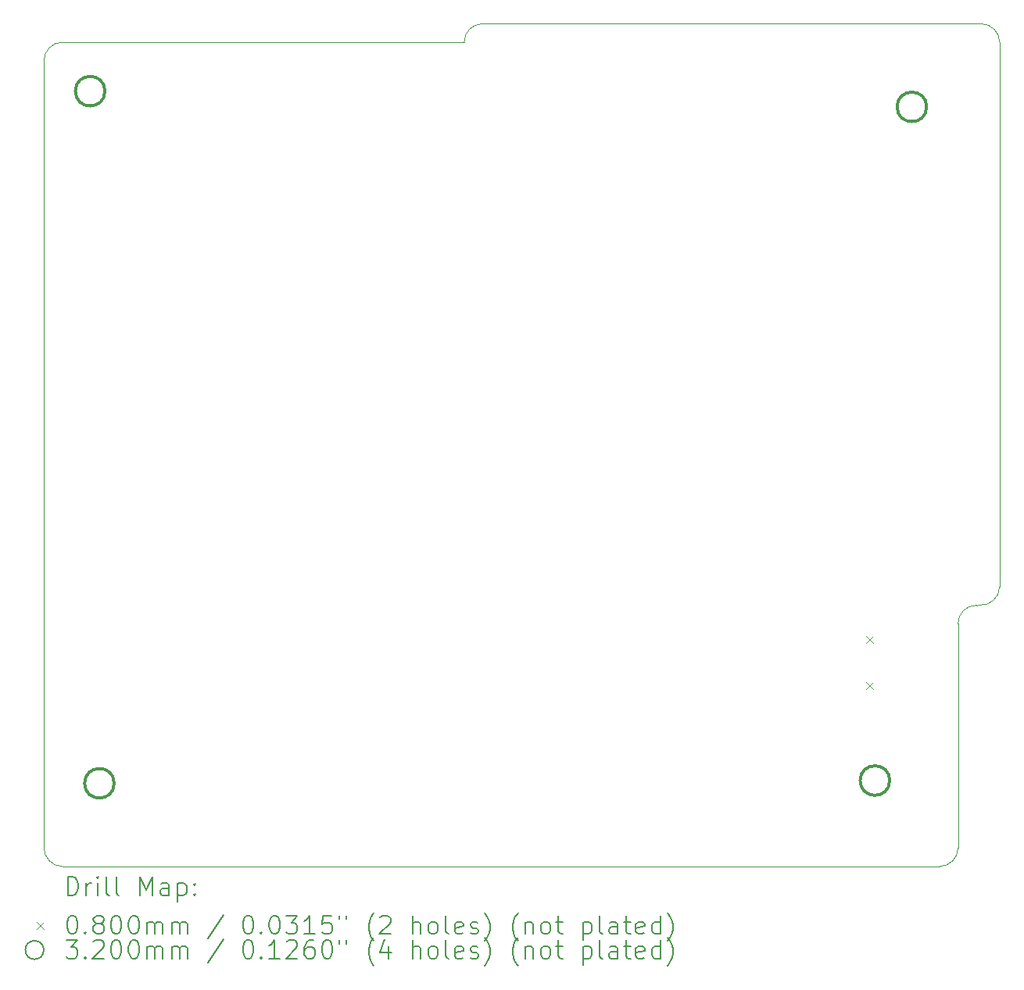
<source format=gbr>
%TF.GenerationSoftware,KiCad,Pcbnew,8.0.1-rc1*%
%TF.CreationDate,2024-05-12T14:15:15-04:00*%
%TF.ProjectId,STM32_Play_Board,53544d33-325f-4506-9c61-795f426f6172,rev?*%
%TF.SameCoordinates,Original*%
%TF.FileFunction,Drillmap*%
%TF.FilePolarity,Positive*%
%FSLAX45Y45*%
G04 Gerber Fmt 4.5, Leading zero omitted, Abs format (unit mm)*
G04 Created by KiCad (PCBNEW 8.0.1-rc1) date 2024-05-12 14:15:15*
%MOMM*%
%LPD*%
G01*
G04 APERTURE LIST*
%ADD10C,0.050000*%
%ADD11C,0.200000*%
%ADD12C,0.100000*%
%ADD13C,0.320000*%
G04 APERTURE END LIST*
D10*
X8500000Y-4500000D02*
X8500000Y-13030000D01*
X18850000Y-10200000D02*
X18850000Y-4300000D01*
X18850000Y-10200000D02*
G75*
G02*
X18625193Y-10398456I-200000J0D01*
G01*
X18400000Y-13030000D02*
X18400000Y-10600000D01*
X18600000Y-10400000D02*
X18625193Y-10398456D01*
X13050000Y-4300000D02*
G75*
G02*
X13250000Y-4100000I200000J0D01*
G01*
X8700000Y-13230000D02*
G75*
G02*
X8500000Y-13030000I0J200000D01*
G01*
X18650000Y-4100000D02*
G75*
G02*
X18850000Y-4300000I0J-200000D01*
G01*
X18400000Y-13030000D02*
G75*
G02*
X18200000Y-13230000I-200000J0D01*
G01*
X13050000Y-4300000D02*
X8700000Y-4300000D01*
X8500000Y-4500000D02*
G75*
G02*
X8700000Y-4300000I200000J0D01*
G01*
X8700000Y-13230000D02*
X18200000Y-13230000D01*
X18650000Y-4100000D02*
X13250000Y-4100000D01*
X18400000Y-10600000D02*
G75*
G02*
X18600000Y-10400000I200000J0D01*
G01*
D11*
D12*
X17404500Y-10730500D02*
X17484500Y-10810500D01*
X17484500Y-10730500D02*
X17404500Y-10810500D01*
X17404500Y-11230500D02*
X17484500Y-11310500D01*
X17484500Y-11230500D02*
X17404500Y-11310500D01*
D13*
X9160000Y-4830000D02*
G75*
G02*
X8840000Y-4830000I-160000J0D01*
G01*
X8840000Y-4830000D02*
G75*
G02*
X9160000Y-4830000I160000J0D01*
G01*
X9260000Y-12330000D02*
G75*
G02*
X8940000Y-12330000I-160000J0D01*
G01*
X8940000Y-12330000D02*
G75*
G02*
X9260000Y-12330000I160000J0D01*
G01*
X17660000Y-12300000D02*
G75*
G02*
X17340000Y-12300000I-160000J0D01*
G01*
X17340000Y-12300000D02*
G75*
G02*
X17660000Y-12300000I160000J0D01*
G01*
X18060000Y-5000000D02*
G75*
G02*
X17740000Y-5000000I-160000J0D01*
G01*
X17740000Y-5000000D02*
G75*
G02*
X18060000Y-5000000I160000J0D01*
G01*
D11*
X8758277Y-13543984D02*
X8758277Y-13343984D01*
X8758277Y-13343984D02*
X8805896Y-13343984D01*
X8805896Y-13343984D02*
X8834467Y-13353508D01*
X8834467Y-13353508D02*
X8853515Y-13372555D01*
X8853515Y-13372555D02*
X8863039Y-13391603D01*
X8863039Y-13391603D02*
X8872563Y-13429698D01*
X8872563Y-13429698D02*
X8872563Y-13458269D01*
X8872563Y-13458269D02*
X8863039Y-13496365D01*
X8863039Y-13496365D02*
X8853515Y-13515412D01*
X8853515Y-13515412D02*
X8834467Y-13534460D01*
X8834467Y-13534460D02*
X8805896Y-13543984D01*
X8805896Y-13543984D02*
X8758277Y-13543984D01*
X8958277Y-13543984D02*
X8958277Y-13410650D01*
X8958277Y-13448746D02*
X8967801Y-13429698D01*
X8967801Y-13429698D02*
X8977324Y-13420174D01*
X8977324Y-13420174D02*
X8996372Y-13410650D01*
X8996372Y-13410650D02*
X9015420Y-13410650D01*
X9082086Y-13543984D02*
X9082086Y-13410650D01*
X9082086Y-13343984D02*
X9072563Y-13353508D01*
X9072563Y-13353508D02*
X9082086Y-13363031D01*
X9082086Y-13363031D02*
X9091610Y-13353508D01*
X9091610Y-13353508D02*
X9082086Y-13343984D01*
X9082086Y-13343984D02*
X9082086Y-13363031D01*
X9205896Y-13543984D02*
X9186848Y-13534460D01*
X9186848Y-13534460D02*
X9177324Y-13515412D01*
X9177324Y-13515412D02*
X9177324Y-13343984D01*
X9310658Y-13543984D02*
X9291610Y-13534460D01*
X9291610Y-13534460D02*
X9282086Y-13515412D01*
X9282086Y-13515412D02*
X9282086Y-13343984D01*
X9539229Y-13543984D02*
X9539229Y-13343984D01*
X9539229Y-13343984D02*
X9605896Y-13486841D01*
X9605896Y-13486841D02*
X9672563Y-13343984D01*
X9672563Y-13343984D02*
X9672563Y-13543984D01*
X9853515Y-13543984D02*
X9853515Y-13439222D01*
X9853515Y-13439222D02*
X9843991Y-13420174D01*
X9843991Y-13420174D02*
X9824944Y-13410650D01*
X9824944Y-13410650D02*
X9786848Y-13410650D01*
X9786848Y-13410650D02*
X9767801Y-13420174D01*
X9853515Y-13534460D02*
X9834467Y-13543984D01*
X9834467Y-13543984D02*
X9786848Y-13543984D01*
X9786848Y-13543984D02*
X9767801Y-13534460D01*
X9767801Y-13534460D02*
X9758277Y-13515412D01*
X9758277Y-13515412D02*
X9758277Y-13496365D01*
X9758277Y-13496365D02*
X9767801Y-13477317D01*
X9767801Y-13477317D02*
X9786848Y-13467793D01*
X9786848Y-13467793D02*
X9834467Y-13467793D01*
X9834467Y-13467793D02*
X9853515Y-13458269D01*
X9948753Y-13410650D02*
X9948753Y-13610650D01*
X9948753Y-13420174D02*
X9967801Y-13410650D01*
X9967801Y-13410650D02*
X10005896Y-13410650D01*
X10005896Y-13410650D02*
X10024944Y-13420174D01*
X10024944Y-13420174D02*
X10034467Y-13429698D01*
X10034467Y-13429698D02*
X10043991Y-13448746D01*
X10043991Y-13448746D02*
X10043991Y-13505888D01*
X10043991Y-13505888D02*
X10034467Y-13524936D01*
X10034467Y-13524936D02*
X10024944Y-13534460D01*
X10024944Y-13534460D02*
X10005896Y-13543984D01*
X10005896Y-13543984D02*
X9967801Y-13543984D01*
X9967801Y-13543984D02*
X9948753Y-13534460D01*
X10129705Y-13524936D02*
X10139229Y-13534460D01*
X10139229Y-13534460D02*
X10129705Y-13543984D01*
X10129705Y-13543984D02*
X10120182Y-13534460D01*
X10120182Y-13534460D02*
X10129705Y-13524936D01*
X10129705Y-13524936D02*
X10129705Y-13543984D01*
X10129705Y-13420174D02*
X10139229Y-13429698D01*
X10139229Y-13429698D02*
X10129705Y-13439222D01*
X10129705Y-13439222D02*
X10120182Y-13429698D01*
X10120182Y-13429698D02*
X10129705Y-13420174D01*
X10129705Y-13420174D02*
X10129705Y-13439222D01*
D12*
X8417500Y-13832500D02*
X8497500Y-13912500D01*
X8497500Y-13832500D02*
X8417500Y-13912500D01*
D11*
X8796372Y-13763984D02*
X8815420Y-13763984D01*
X8815420Y-13763984D02*
X8834467Y-13773508D01*
X8834467Y-13773508D02*
X8843991Y-13783031D01*
X8843991Y-13783031D02*
X8853515Y-13802079D01*
X8853515Y-13802079D02*
X8863039Y-13840174D01*
X8863039Y-13840174D02*
X8863039Y-13887793D01*
X8863039Y-13887793D02*
X8853515Y-13925888D01*
X8853515Y-13925888D02*
X8843991Y-13944936D01*
X8843991Y-13944936D02*
X8834467Y-13954460D01*
X8834467Y-13954460D02*
X8815420Y-13963984D01*
X8815420Y-13963984D02*
X8796372Y-13963984D01*
X8796372Y-13963984D02*
X8777324Y-13954460D01*
X8777324Y-13954460D02*
X8767801Y-13944936D01*
X8767801Y-13944936D02*
X8758277Y-13925888D01*
X8758277Y-13925888D02*
X8748753Y-13887793D01*
X8748753Y-13887793D02*
X8748753Y-13840174D01*
X8748753Y-13840174D02*
X8758277Y-13802079D01*
X8758277Y-13802079D02*
X8767801Y-13783031D01*
X8767801Y-13783031D02*
X8777324Y-13773508D01*
X8777324Y-13773508D02*
X8796372Y-13763984D01*
X8948753Y-13944936D02*
X8958277Y-13954460D01*
X8958277Y-13954460D02*
X8948753Y-13963984D01*
X8948753Y-13963984D02*
X8939229Y-13954460D01*
X8939229Y-13954460D02*
X8948753Y-13944936D01*
X8948753Y-13944936D02*
X8948753Y-13963984D01*
X9072563Y-13849698D02*
X9053515Y-13840174D01*
X9053515Y-13840174D02*
X9043991Y-13830650D01*
X9043991Y-13830650D02*
X9034467Y-13811603D01*
X9034467Y-13811603D02*
X9034467Y-13802079D01*
X9034467Y-13802079D02*
X9043991Y-13783031D01*
X9043991Y-13783031D02*
X9053515Y-13773508D01*
X9053515Y-13773508D02*
X9072563Y-13763984D01*
X9072563Y-13763984D02*
X9110658Y-13763984D01*
X9110658Y-13763984D02*
X9129705Y-13773508D01*
X9129705Y-13773508D02*
X9139229Y-13783031D01*
X9139229Y-13783031D02*
X9148753Y-13802079D01*
X9148753Y-13802079D02*
X9148753Y-13811603D01*
X9148753Y-13811603D02*
X9139229Y-13830650D01*
X9139229Y-13830650D02*
X9129705Y-13840174D01*
X9129705Y-13840174D02*
X9110658Y-13849698D01*
X9110658Y-13849698D02*
X9072563Y-13849698D01*
X9072563Y-13849698D02*
X9053515Y-13859222D01*
X9053515Y-13859222D02*
X9043991Y-13868746D01*
X9043991Y-13868746D02*
X9034467Y-13887793D01*
X9034467Y-13887793D02*
X9034467Y-13925888D01*
X9034467Y-13925888D02*
X9043991Y-13944936D01*
X9043991Y-13944936D02*
X9053515Y-13954460D01*
X9053515Y-13954460D02*
X9072563Y-13963984D01*
X9072563Y-13963984D02*
X9110658Y-13963984D01*
X9110658Y-13963984D02*
X9129705Y-13954460D01*
X9129705Y-13954460D02*
X9139229Y-13944936D01*
X9139229Y-13944936D02*
X9148753Y-13925888D01*
X9148753Y-13925888D02*
X9148753Y-13887793D01*
X9148753Y-13887793D02*
X9139229Y-13868746D01*
X9139229Y-13868746D02*
X9129705Y-13859222D01*
X9129705Y-13859222D02*
X9110658Y-13849698D01*
X9272563Y-13763984D02*
X9291610Y-13763984D01*
X9291610Y-13763984D02*
X9310658Y-13773508D01*
X9310658Y-13773508D02*
X9320182Y-13783031D01*
X9320182Y-13783031D02*
X9329705Y-13802079D01*
X9329705Y-13802079D02*
X9339229Y-13840174D01*
X9339229Y-13840174D02*
X9339229Y-13887793D01*
X9339229Y-13887793D02*
X9329705Y-13925888D01*
X9329705Y-13925888D02*
X9320182Y-13944936D01*
X9320182Y-13944936D02*
X9310658Y-13954460D01*
X9310658Y-13954460D02*
X9291610Y-13963984D01*
X9291610Y-13963984D02*
X9272563Y-13963984D01*
X9272563Y-13963984D02*
X9253515Y-13954460D01*
X9253515Y-13954460D02*
X9243991Y-13944936D01*
X9243991Y-13944936D02*
X9234467Y-13925888D01*
X9234467Y-13925888D02*
X9224944Y-13887793D01*
X9224944Y-13887793D02*
X9224944Y-13840174D01*
X9224944Y-13840174D02*
X9234467Y-13802079D01*
X9234467Y-13802079D02*
X9243991Y-13783031D01*
X9243991Y-13783031D02*
X9253515Y-13773508D01*
X9253515Y-13773508D02*
X9272563Y-13763984D01*
X9463039Y-13763984D02*
X9482086Y-13763984D01*
X9482086Y-13763984D02*
X9501134Y-13773508D01*
X9501134Y-13773508D02*
X9510658Y-13783031D01*
X9510658Y-13783031D02*
X9520182Y-13802079D01*
X9520182Y-13802079D02*
X9529705Y-13840174D01*
X9529705Y-13840174D02*
X9529705Y-13887793D01*
X9529705Y-13887793D02*
X9520182Y-13925888D01*
X9520182Y-13925888D02*
X9510658Y-13944936D01*
X9510658Y-13944936D02*
X9501134Y-13954460D01*
X9501134Y-13954460D02*
X9482086Y-13963984D01*
X9482086Y-13963984D02*
X9463039Y-13963984D01*
X9463039Y-13963984D02*
X9443991Y-13954460D01*
X9443991Y-13954460D02*
X9434467Y-13944936D01*
X9434467Y-13944936D02*
X9424944Y-13925888D01*
X9424944Y-13925888D02*
X9415420Y-13887793D01*
X9415420Y-13887793D02*
X9415420Y-13840174D01*
X9415420Y-13840174D02*
X9424944Y-13802079D01*
X9424944Y-13802079D02*
X9434467Y-13783031D01*
X9434467Y-13783031D02*
X9443991Y-13773508D01*
X9443991Y-13773508D02*
X9463039Y-13763984D01*
X9615420Y-13963984D02*
X9615420Y-13830650D01*
X9615420Y-13849698D02*
X9624944Y-13840174D01*
X9624944Y-13840174D02*
X9643991Y-13830650D01*
X9643991Y-13830650D02*
X9672563Y-13830650D01*
X9672563Y-13830650D02*
X9691610Y-13840174D01*
X9691610Y-13840174D02*
X9701134Y-13859222D01*
X9701134Y-13859222D02*
X9701134Y-13963984D01*
X9701134Y-13859222D02*
X9710658Y-13840174D01*
X9710658Y-13840174D02*
X9729705Y-13830650D01*
X9729705Y-13830650D02*
X9758277Y-13830650D01*
X9758277Y-13830650D02*
X9777325Y-13840174D01*
X9777325Y-13840174D02*
X9786848Y-13859222D01*
X9786848Y-13859222D02*
X9786848Y-13963984D01*
X9882086Y-13963984D02*
X9882086Y-13830650D01*
X9882086Y-13849698D02*
X9891610Y-13840174D01*
X9891610Y-13840174D02*
X9910658Y-13830650D01*
X9910658Y-13830650D02*
X9939229Y-13830650D01*
X9939229Y-13830650D02*
X9958277Y-13840174D01*
X9958277Y-13840174D02*
X9967801Y-13859222D01*
X9967801Y-13859222D02*
X9967801Y-13963984D01*
X9967801Y-13859222D02*
X9977325Y-13840174D01*
X9977325Y-13840174D02*
X9996372Y-13830650D01*
X9996372Y-13830650D02*
X10024944Y-13830650D01*
X10024944Y-13830650D02*
X10043991Y-13840174D01*
X10043991Y-13840174D02*
X10053515Y-13859222D01*
X10053515Y-13859222D02*
X10053515Y-13963984D01*
X10443991Y-13754460D02*
X10272563Y-14011603D01*
X10701134Y-13763984D02*
X10720182Y-13763984D01*
X10720182Y-13763984D02*
X10739229Y-13773508D01*
X10739229Y-13773508D02*
X10748753Y-13783031D01*
X10748753Y-13783031D02*
X10758277Y-13802079D01*
X10758277Y-13802079D02*
X10767801Y-13840174D01*
X10767801Y-13840174D02*
X10767801Y-13887793D01*
X10767801Y-13887793D02*
X10758277Y-13925888D01*
X10758277Y-13925888D02*
X10748753Y-13944936D01*
X10748753Y-13944936D02*
X10739229Y-13954460D01*
X10739229Y-13954460D02*
X10720182Y-13963984D01*
X10720182Y-13963984D02*
X10701134Y-13963984D01*
X10701134Y-13963984D02*
X10682087Y-13954460D01*
X10682087Y-13954460D02*
X10672563Y-13944936D01*
X10672563Y-13944936D02*
X10663039Y-13925888D01*
X10663039Y-13925888D02*
X10653515Y-13887793D01*
X10653515Y-13887793D02*
X10653515Y-13840174D01*
X10653515Y-13840174D02*
X10663039Y-13802079D01*
X10663039Y-13802079D02*
X10672563Y-13783031D01*
X10672563Y-13783031D02*
X10682087Y-13773508D01*
X10682087Y-13773508D02*
X10701134Y-13763984D01*
X10853515Y-13944936D02*
X10863039Y-13954460D01*
X10863039Y-13954460D02*
X10853515Y-13963984D01*
X10853515Y-13963984D02*
X10843991Y-13954460D01*
X10843991Y-13954460D02*
X10853515Y-13944936D01*
X10853515Y-13944936D02*
X10853515Y-13963984D01*
X10986848Y-13763984D02*
X11005896Y-13763984D01*
X11005896Y-13763984D02*
X11024944Y-13773508D01*
X11024944Y-13773508D02*
X11034468Y-13783031D01*
X11034468Y-13783031D02*
X11043991Y-13802079D01*
X11043991Y-13802079D02*
X11053515Y-13840174D01*
X11053515Y-13840174D02*
X11053515Y-13887793D01*
X11053515Y-13887793D02*
X11043991Y-13925888D01*
X11043991Y-13925888D02*
X11034468Y-13944936D01*
X11034468Y-13944936D02*
X11024944Y-13954460D01*
X11024944Y-13954460D02*
X11005896Y-13963984D01*
X11005896Y-13963984D02*
X10986848Y-13963984D01*
X10986848Y-13963984D02*
X10967801Y-13954460D01*
X10967801Y-13954460D02*
X10958277Y-13944936D01*
X10958277Y-13944936D02*
X10948753Y-13925888D01*
X10948753Y-13925888D02*
X10939229Y-13887793D01*
X10939229Y-13887793D02*
X10939229Y-13840174D01*
X10939229Y-13840174D02*
X10948753Y-13802079D01*
X10948753Y-13802079D02*
X10958277Y-13783031D01*
X10958277Y-13783031D02*
X10967801Y-13773508D01*
X10967801Y-13773508D02*
X10986848Y-13763984D01*
X11120182Y-13763984D02*
X11243991Y-13763984D01*
X11243991Y-13763984D02*
X11177325Y-13840174D01*
X11177325Y-13840174D02*
X11205896Y-13840174D01*
X11205896Y-13840174D02*
X11224944Y-13849698D01*
X11224944Y-13849698D02*
X11234467Y-13859222D01*
X11234467Y-13859222D02*
X11243991Y-13878269D01*
X11243991Y-13878269D02*
X11243991Y-13925888D01*
X11243991Y-13925888D02*
X11234467Y-13944936D01*
X11234467Y-13944936D02*
X11224944Y-13954460D01*
X11224944Y-13954460D02*
X11205896Y-13963984D01*
X11205896Y-13963984D02*
X11148753Y-13963984D01*
X11148753Y-13963984D02*
X11129706Y-13954460D01*
X11129706Y-13954460D02*
X11120182Y-13944936D01*
X11434467Y-13963984D02*
X11320182Y-13963984D01*
X11377325Y-13963984D02*
X11377325Y-13763984D01*
X11377325Y-13763984D02*
X11358277Y-13792555D01*
X11358277Y-13792555D02*
X11339229Y-13811603D01*
X11339229Y-13811603D02*
X11320182Y-13821127D01*
X11615420Y-13763984D02*
X11520182Y-13763984D01*
X11520182Y-13763984D02*
X11510658Y-13859222D01*
X11510658Y-13859222D02*
X11520182Y-13849698D01*
X11520182Y-13849698D02*
X11539229Y-13840174D01*
X11539229Y-13840174D02*
X11586848Y-13840174D01*
X11586848Y-13840174D02*
X11605896Y-13849698D01*
X11605896Y-13849698D02*
X11615420Y-13859222D01*
X11615420Y-13859222D02*
X11624944Y-13878269D01*
X11624944Y-13878269D02*
X11624944Y-13925888D01*
X11624944Y-13925888D02*
X11615420Y-13944936D01*
X11615420Y-13944936D02*
X11605896Y-13954460D01*
X11605896Y-13954460D02*
X11586848Y-13963984D01*
X11586848Y-13963984D02*
X11539229Y-13963984D01*
X11539229Y-13963984D02*
X11520182Y-13954460D01*
X11520182Y-13954460D02*
X11510658Y-13944936D01*
X11701134Y-13763984D02*
X11701134Y-13802079D01*
X11777325Y-13763984D02*
X11777325Y-13802079D01*
X12072563Y-14040174D02*
X12063039Y-14030650D01*
X12063039Y-14030650D02*
X12043991Y-14002079D01*
X12043991Y-14002079D02*
X12034468Y-13983031D01*
X12034468Y-13983031D02*
X12024944Y-13954460D01*
X12024944Y-13954460D02*
X12015420Y-13906841D01*
X12015420Y-13906841D02*
X12015420Y-13868746D01*
X12015420Y-13868746D02*
X12024944Y-13821127D01*
X12024944Y-13821127D02*
X12034468Y-13792555D01*
X12034468Y-13792555D02*
X12043991Y-13773508D01*
X12043991Y-13773508D02*
X12063039Y-13744936D01*
X12063039Y-13744936D02*
X12072563Y-13735412D01*
X12139229Y-13783031D02*
X12148753Y-13773508D01*
X12148753Y-13773508D02*
X12167801Y-13763984D01*
X12167801Y-13763984D02*
X12215420Y-13763984D01*
X12215420Y-13763984D02*
X12234468Y-13773508D01*
X12234468Y-13773508D02*
X12243991Y-13783031D01*
X12243991Y-13783031D02*
X12253515Y-13802079D01*
X12253515Y-13802079D02*
X12253515Y-13821127D01*
X12253515Y-13821127D02*
X12243991Y-13849698D01*
X12243991Y-13849698D02*
X12129706Y-13963984D01*
X12129706Y-13963984D02*
X12253515Y-13963984D01*
X12491610Y-13963984D02*
X12491610Y-13763984D01*
X12577325Y-13963984D02*
X12577325Y-13859222D01*
X12577325Y-13859222D02*
X12567801Y-13840174D01*
X12567801Y-13840174D02*
X12548753Y-13830650D01*
X12548753Y-13830650D02*
X12520182Y-13830650D01*
X12520182Y-13830650D02*
X12501134Y-13840174D01*
X12501134Y-13840174D02*
X12491610Y-13849698D01*
X12701134Y-13963984D02*
X12682087Y-13954460D01*
X12682087Y-13954460D02*
X12672563Y-13944936D01*
X12672563Y-13944936D02*
X12663039Y-13925888D01*
X12663039Y-13925888D02*
X12663039Y-13868746D01*
X12663039Y-13868746D02*
X12672563Y-13849698D01*
X12672563Y-13849698D02*
X12682087Y-13840174D01*
X12682087Y-13840174D02*
X12701134Y-13830650D01*
X12701134Y-13830650D02*
X12729706Y-13830650D01*
X12729706Y-13830650D02*
X12748753Y-13840174D01*
X12748753Y-13840174D02*
X12758277Y-13849698D01*
X12758277Y-13849698D02*
X12767801Y-13868746D01*
X12767801Y-13868746D02*
X12767801Y-13925888D01*
X12767801Y-13925888D02*
X12758277Y-13944936D01*
X12758277Y-13944936D02*
X12748753Y-13954460D01*
X12748753Y-13954460D02*
X12729706Y-13963984D01*
X12729706Y-13963984D02*
X12701134Y-13963984D01*
X12882087Y-13963984D02*
X12863039Y-13954460D01*
X12863039Y-13954460D02*
X12853515Y-13935412D01*
X12853515Y-13935412D02*
X12853515Y-13763984D01*
X13034468Y-13954460D02*
X13015420Y-13963984D01*
X13015420Y-13963984D02*
X12977325Y-13963984D01*
X12977325Y-13963984D02*
X12958277Y-13954460D01*
X12958277Y-13954460D02*
X12948753Y-13935412D01*
X12948753Y-13935412D02*
X12948753Y-13859222D01*
X12948753Y-13859222D02*
X12958277Y-13840174D01*
X12958277Y-13840174D02*
X12977325Y-13830650D01*
X12977325Y-13830650D02*
X13015420Y-13830650D01*
X13015420Y-13830650D02*
X13034468Y-13840174D01*
X13034468Y-13840174D02*
X13043991Y-13859222D01*
X13043991Y-13859222D02*
X13043991Y-13878269D01*
X13043991Y-13878269D02*
X12948753Y-13897317D01*
X13120182Y-13954460D02*
X13139230Y-13963984D01*
X13139230Y-13963984D02*
X13177325Y-13963984D01*
X13177325Y-13963984D02*
X13196372Y-13954460D01*
X13196372Y-13954460D02*
X13205896Y-13935412D01*
X13205896Y-13935412D02*
X13205896Y-13925888D01*
X13205896Y-13925888D02*
X13196372Y-13906841D01*
X13196372Y-13906841D02*
X13177325Y-13897317D01*
X13177325Y-13897317D02*
X13148753Y-13897317D01*
X13148753Y-13897317D02*
X13129706Y-13887793D01*
X13129706Y-13887793D02*
X13120182Y-13868746D01*
X13120182Y-13868746D02*
X13120182Y-13859222D01*
X13120182Y-13859222D02*
X13129706Y-13840174D01*
X13129706Y-13840174D02*
X13148753Y-13830650D01*
X13148753Y-13830650D02*
X13177325Y-13830650D01*
X13177325Y-13830650D02*
X13196372Y-13840174D01*
X13272563Y-14040174D02*
X13282087Y-14030650D01*
X13282087Y-14030650D02*
X13301134Y-14002079D01*
X13301134Y-14002079D02*
X13310658Y-13983031D01*
X13310658Y-13983031D02*
X13320182Y-13954460D01*
X13320182Y-13954460D02*
X13329706Y-13906841D01*
X13329706Y-13906841D02*
X13329706Y-13868746D01*
X13329706Y-13868746D02*
X13320182Y-13821127D01*
X13320182Y-13821127D02*
X13310658Y-13792555D01*
X13310658Y-13792555D02*
X13301134Y-13773508D01*
X13301134Y-13773508D02*
X13282087Y-13744936D01*
X13282087Y-13744936D02*
X13272563Y-13735412D01*
X13634468Y-14040174D02*
X13624944Y-14030650D01*
X13624944Y-14030650D02*
X13605896Y-14002079D01*
X13605896Y-14002079D02*
X13596372Y-13983031D01*
X13596372Y-13983031D02*
X13586849Y-13954460D01*
X13586849Y-13954460D02*
X13577325Y-13906841D01*
X13577325Y-13906841D02*
X13577325Y-13868746D01*
X13577325Y-13868746D02*
X13586849Y-13821127D01*
X13586849Y-13821127D02*
X13596372Y-13792555D01*
X13596372Y-13792555D02*
X13605896Y-13773508D01*
X13605896Y-13773508D02*
X13624944Y-13744936D01*
X13624944Y-13744936D02*
X13634468Y-13735412D01*
X13710658Y-13830650D02*
X13710658Y-13963984D01*
X13710658Y-13849698D02*
X13720182Y-13840174D01*
X13720182Y-13840174D02*
X13739230Y-13830650D01*
X13739230Y-13830650D02*
X13767801Y-13830650D01*
X13767801Y-13830650D02*
X13786849Y-13840174D01*
X13786849Y-13840174D02*
X13796372Y-13859222D01*
X13796372Y-13859222D02*
X13796372Y-13963984D01*
X13920182Y-13963984D02*
X13901134Y-13954460D01*
X13901134Y-13954460D02*
X13891611Y-13944936D01*
X13891611Y-13944936D02*
X13882087Y-13925888D01*
X13882087Y-13925888D02*
X13882087Y-13868746D01*
X13882087Y-13868746D02*
X13891611Y-13849698D01*
X13891611Y-13849698D02*
X13901134Y-13840174D01*
X13901134Y-13840174D02*
X13920182Y-13830650D01*
X13920182Y-13830650D02*
X13948753Y-13830650D01*
X13948753Y-13830650D02*
X13967801Y-13840174D01*
X13967801Y-13840174D02*
X13977325Y-13849698D01*
X13977325Y-13849698D02*
X13986849Y-13868746D01*
X13986849Y-13868746D02*
X13986849Y-13925888D01*
X13986849Y-13925888D02*
X13977325Y-13944936D01*
X13977325Y-13944936D02*
X13967801Y-13954460D01*
X13967801Y-13954460D02*
X13948753Y-13963984D01*
X13948753Y-13963984D02*
X13920182Y-13963984D01*
X14043992Y-13830650D02*
X14120182Y-13830650D01*
X14072563Y-13763984D02*
X14072563Y-13935412D01*
X14072563Y-13935412D02*
X14082087Y-13954460D01*
X14082087Y-13954460D02*
X14101134Y-13963984D01*
X14101134Y-13963984D02*
X14120182Y-13963984D01*
X14339230Y-13830650D02*
X14339230Y-14030650D01*
X14339230Y-13840174D02*
X14358277Y-13830650D01*
X14358277Y-13830650D02*
X14396373Y-13830650D01*
X14396373Y-13830650D02*
X14415420Y-13840174D01*
X14415420Y-13840174D02*
X14424944Y-13849698D01*
X14424944Y-13849698D02*
X14434468Y-13868746D01*
X14434468Y-13868746D02*
X14434468Y-13925888D01*
X14434468Y-13925888D02*
X14424944Y-13944936D01*
X14424944Y-13944936D02*
X14415420Y-13954460D01*
X14415420Y-13954460D02*
X14396373Y-13963984D01*
X14396373Y-13963984D02*
X14358277Y-13963984D01*
X14358277Y-13963984D02*
X14339230Y-13954460D01*
X14548753Y-13963984D02*
X14529706Y-13954460D01*
X14529706Y-13954460D02*
X14520182Y-13935412D01*
X14520182Y-13935412D02*
X14520182Y-13763984D01*
X14710658Y-13963984D02*
X14710658Y-13859222D01*
X14710658Y-13859222D02*
X14701134Y-13840174D01*
X14701134Y-13840174D02*
X14682087Y-13830650D01*
X14682087Y-13830650D02*
X14643992Y-13830650D01*
X14643992Y-13830650D02*
X14624944Y-13840174D01*
X14710658Y-13954460D02*
X14691611Y-13963984D01*
X14691611Y-13963984D02*
X14643992Y-13963984D01*
X14643992Y-13963984D02*
X14624944Y-13954460D01*
X14624944Y-13954460D02*
X14615420Y-13935412D01*
X14615420Y-13935412D02*
X14615420Y-13916365D01*
X14615420Y-13916365D02*
X14624944Y-13897317D01*
X14624944Y-13897317D02*
X14643992Y-13887793D01*
X14643992Y-13887793D02*
X14691611Y-13887793D01*
X14691611Y-13887793D02*
X14710658Y-13878269D01*
X14777325Y-13830650D02*
X14853515Y-13830650D01*
X14805896Y-13763984D02*
X14805896Y-13935412D01*
X14805896Y-13935412D02*
X14815420Y-13954460D01*
X14815420Y-13954460D02*
X14834468Y-13963984D01*
X14834468Y-13963984D02*
X14853515Y-13963984D01*
X14996373Y-13954460D02*
X14977325Y-13963984D01*
X14977325Y-13963984D02*
X14939230Y-13963984D01*
X14939230Y-13963984D02*
X14920182Y-13954460D01*
X14920182Y-13954460D02*
X14910658Y-13935412D01*
X14910658Y-13935412D02*
X14910658Y-13859222D01*
X14910658Y-13859222D02*
X14920182Y-13840174D01*
X14920182Y-13840174D02*
X14939230Y-13830650D01*
X14939230Y-13830650D02*
X14977325Y-13830650D01*
X14977325Y-13830650D02*
X14996373Y-13840174D01*
X14996373Y-13840174D02*
X15005896Y-13859222D01*
X15005896Y-13859222D02*
X15005896Y-13878269D01*
X15005896Y-13878269D02*
X14910658Y-13897317D01*
X15177325Y-13963984D02*
X15177325Y-13763984D01*
X15177325Y-13954460D02*
X15158277Y-13963984D01*
X15158277Y-13963984D02*
X15120182Y-13963984D01*
X15120182Y-13963984D02*
X15101134Y-13954460D01*
X15101134Y-13954460D02*
X15091611Y-13944936D01*
X15091611Y-13944936D02*
X15082087Y-13925888D01*
X15082087Y-13925888D02*
X15082087Y-13868746D01*
X15082087Y-13868746D02*
X15091611Y-13849698D01*
X15091611Y-13849698D02*
X15101134Y-13840174D01*
X15101134Y-13840174D02*
X15120182Y-13830650D01*
X15120182Y-13830650D02*
X15158277Y-13830650D01*
X15158277Y-13830650D02*
X15177325Y-13840174D01*
X15253515Y-14040174D02*
X15263039Y-14030650D01*
X15263039Y-14030650D02*
X15282087Y-14002079D01*
X15282087Y-14002079D02*
X15291611Y-13983031D01*
X15291611Y-13983031D02*
X15301134Y-13954460D01*
X15301134Y-13954460D02*
X15310658Y-13906841D01*
X15310658Y-13906841D02*
X15310658Y-13868746D01*
X15310658Y-13868746D02*
X15301134Y-13821127D01*
X15301134Y-13821127D02*
X15291611Y-13792555D01*
X15291611Y-13792555D02*
X15282087Y-13773508D01*
X15282087Y-13773508D02*
X15263039Y-13744936D01*
X15263039Y-13744936D02*
X15253515Y-13735412D01*
X8497500Y-14136500D02*
G75*
G02*
X8297500Y-14136500I-100000J0D01*
G01*
X8297500Y-14136500D02*
G75*
G02*
X8497500Y-14136500I100000J0D01*
G01*
X8739229Y-14027984D02*
X8863039Y-14027984D01*
X8863039Y-14027984D02*
X8796372Y-14104174D01*
X8796372Y-14104174D02*
X8824944Y-14104174D01*
X8824944Y-14104174D02*
X8843991Y-14113698D01*
X8843991Y-14113698D02*
X8853515Y-14123222D01*
X8853515Y-14123222D02*
X8863039Y-14142269D01*
X8863039Y-14142269D02*
X8863039Y-14189888D01*
X8863039Y-14189888D02*
X8853515Y-14208936D01*
X8853515Y-14208936D02*
X8843991Y-14218460D01*
X8843991Y-14218460D02*
X8824944Y-14227984D01*
X8824944Y-14227984D02*
X8767801Y-14227984D01*
X8767801Y-14227984D02*
X8748753Y-14218460D01*
X8748753Y-14218460D02*
X8739229Y-14208936D01*
X8948753Y-14208936D02*
X8958277Y-14218460D01*
X8958277Y-14218460D02*
X8948753Y-14227984D01*
X8948753Y-14227984D02*
X8939229Y-14218460D01*
X8939229Y-14218460D02*
X8948753Y-14208936D01*
X8948753Y-14208936D02*
X8948753Y-14227984D01*
X9034467Y-14047031D02*
X9043991Y-14037508D01*
X9043991Y-14037508D02*
X9063039Y-14027984D01*
X9063039Y-14027984D02*
X9110658Y-14027984D01*
X9110658Y-14027984D02*
X9129705Y-14037508D01*
X9129705Y-14037508D02*
X9139229Y-14047031D01*
X9139229Y-14047031D02*
X9148753Y-14066079D01*
X9148753Y-14066079D02*
X9148753Y-14085127D01*
X9148753Y-14085127D02*
X9139229Y-14113698D01*
X9139229Y-14113698D02*
X9024944Y-14227984D01*
X9024944Y-14227984D02*
X9148753Y-14227984D01*
X9272563Y-14027984D02*
X9291610Y-14027984D01*
X9291610Y-14027984D02*
X9310658Y-14037508D01*
X9310658Y-14037508D02*
X9320182Y-14047031D01*
X9320182Y-14047031D02*
X9329705Y-14066079D01*
X9329705Y-14066079D02*
X9339229Y-14104174D01*
X9339229Y-14104174D02*
X9339229Y-14151793D01*
X9339229Y-14151793D02*
X9329705Y-14189888D01*
X9329705Y-14189888D02*
X9320182Y-14208936D01*
X9320182Y-14208936D02*
X9310658Y-14218460D01*
X9310658Y-14218460D02*
X9291610Y-14227984D01*
X9291610Y-14227984D02*
X9272563Y-14227984D01*
X9272563Y-14227984D02*
X9253515Y-14218460D01*
X9253515Y-14218460D02*
X9243991Y-14208936D01*
X9243991Y-14208936D02*
X9234467Y-14189888D01*
X9234467Y-14189888D02*
X9224944Y-14151793D01*
X9224944Y-14151793D02*
X9224944Y-14104174D01*
X9224944Y-14104174D02*
X9234467Y-14066079D01*
X9234467Y-14066079D02*
X9243991Y-14047031D01*
X9243991Y-14047031D02*
X9253515Y-14037508D01*
X9253515Y-14037508D02*
X9272563Y-14027984D01*
X9463039Y-14027984D02*
X9482086Y-14027984D01*
X9482086Y-14027984D02*
X9501134Y-14037508D01*
X9501134Y-14037508D02*
X9510658Y-14047031D01*
X9510658Y-14047031D02*
X9520182Y-14066079D01*
X9520182Y-14066079D02*
X9529705Y-14104174D01*
X9529705Y-14104174D02*
X9529705Y-14151793D01*
X9529705Y-14151793D02*
X9520182Y-14189888D01*
X9520182Y-14189888D02*
X9510658Y-14208936D01*
X9510658Y-14208936D02*
X9501134Y-14218460D01*
X9501134Y-14218460D02*
X9482086Y-14227984D01*
X9482086Y-14227984D02*
X9463039Y-14227984D01*
X9463039Y-14227984D02*
X9443991Y-14218460D01*
X9443991Y-14218460D02*
X9434467Y-14208936D01*
X9434467Y-14208936D02*
X9424944Y-14189888D01*
X9424944Y-14189888D02*
X9415420Y-14151793D01*
X9415420Y-14151793D02*
X9415420Y-14104174D01*
X9415420Y-14104174D02*
X9424944Y-14066079D01*
X9424944Y-14066079D02*
X9434467Y-14047031D01*
X9434467Y-14047031D02*
X9443991Y-14037508D01*
X9443991Y-14037508D02*
X9463039Y-14027984D01*
X9615420Y-14227984D02*
X9615420Y-14094650D01*
X9615420Y-14113698D02*
X9624944Y-14104174D01*
X9624944Y-14104174D02*
X9643991Y-14094650D01*
X9643991Y-14094650D02*
X9672563Y-14094650D01*
X9672563Y-14094650D02*
X9691610Y-14104174D01*
X9691610Y-14104174D02*
X9701134Y-14123222D01*
X9701134Y-14123222D02*
X9701134Y-14227984D01*
X9701134Y-14123222D02*
X9710658Y-14104174D01*
X9710658Y-14104174D02*
X9729705Y-14094650D01*
X9729705Y-14094650D02*
X9758277Y-14094650D01*
X9758277Y-14094650D02*
X9777325Y-14104174D01*
X9777325Y-14104174D02*
X9786848Y-14123222D01*
X9786848Y-14123222D02*
X9786848Y-14227984D01*
X9882086Y-14227984D02*
X9882086Y-14094650D01*
X9882086Y-14113698D02*
X9891610Y-14104174D01*
X9891610Y-14104174D02*
X9910658Y-14094650D01*
X9910658Y-14094650D02*
X9939229Y-14094650D01*
X9939229Y-14094650D02*
X9958277Y-14104174D01*
X9958277Y-14104174D02*
X9967801Y-14123222D01*
X9967801Y-14123222D02*
X9967801Y-14227984D01*
X9967801Y-14123222D02*
X9977325Y-14104174D01*
X9977325Y-14104174D02*
X9996372Y-14094650D01*
X9996372Y-14094650D02*
X10024944Y-14094650D01*
X10024944Y-14094650D02*
X10043991Y-14104174D01*
X10043991Y-14104174D02*
X10053515Y-14123222D01*
X10053515Y-14123222D02*
X10053515Y-14227984D01*
X10443991Y-14018460D02*
X10272563Y-14275603D01*
X10701134Y-14027984D02*
X10720182Y-14027984D01*
X10720182Y-14027984D02*
X10739229Y-14037508D01*
X10739229Y-14037508D02*
X10748753Y-14047031D01*
X10748753Y-14047031D02*
X10758277Y-14066079D01*
X10758277Y-14066079D02*
X10767801Y-14104174D01*
X10767801Y-14104174D02*
X10767801Y-14151793D01*
X10767801Y-14151793D02*
X10758277Y-14189888D01*
X10758277Y-14189888D02*
X10748753Y-14208936D01*
X10748753Y-14208936D02*
X10739229Y-14218460D01*
X10739229Y-14218460D02*
X10720182Y-14227984D01*
X10720182Y-14227984D02*
X10701134Y-14227984D01*
X10701134Y-14227984D02*
X10682087Y-14218460D01*
X10682087Y-14218460D02*
X10672563Y-14208936D01*
X10672563Y-14208936D02*
X10663039Y-14189888D01*
X10663039Y-14189888D02*
X10653515Y-14151793D01*
X10653515Y-14151793D02*
X10653515Y-14104174D01*
X10653515Y-14104174D02*
X10663039Y-14066079D01*
X10663039Y-14066079D02*
X10672563Y-14047031D01*
X10672563Y-14047031D02*
X10682087Y-14037508D01*
X10682087Y-14037508D02*
X10701134Y-14027984D01*
X10853515Y-14208936D02*
X10863039Y-14218460D01*
X10863039Y-14218460D02*
X10853515Y-14227984D01*
X10853515Y-14227984D02*
X10843991Y-14218460D01*
X10843991Y-14218460D02*
X10853515Y-14208936D01*
X10853515Y-14208936D02*
X10853515Y-14227984D01*
X11053515Y-14227984D02*
X10939229Y-14227984D01*
X10996372Y-14227984D02*
X10996372Y-14027984D01*
X10996372Y-14027984D02*
X10977325Y-14056555D01*
X10977325Y-14056555D02*
X10958277Y-14075603D01*
X10958277Y-14075603D02*
X10939229Y-14085127D01*
X11129706Y-14047031D02*
X11139229Y-14037508D01*
X11139229Y-14037508D02*
X11158277Y-14027984D01*
X11158277Y-14027984D02*
X11205896Y-14027984D01*
X11205896Y-14027984D02*
X11224944Y-14037508D01*
X11224944Y-14037508D02*
X11234467Y-14047031D01*
X11234467Y-14047031D02*
X11243991Y-14066079D01*
X11243991Y-14066079D02*
X11243991Y-14085127D01*
X11243991Y-14085127D02*
X11234467Y-14113698D01*
X11234467Y-14113698D02*
X11120182Y-14227984D01*
X11120182Y-14227984D02*
X11243991Y-14227984D01*
X11415420Y-14027984D02*
X11377325Y-14027984D01*
X11377325Y-14027984D02*
X11358277Y-14037508D01*
X11358277Y-14037508D02*
X11348753Y-14047031D01*
X11348753Y-14047031D02*
X11329706Y-14075603D01*
X11329706Y-14075603D02*
X11320182Y-14113698D01*
X11320182Y-14113698D02*
X11320182Y-14189888D01*
X11320182Y-14189888D02*
X11329706Y-14208936D01*
X11329706Y-14208936D02*
X11339229Y-14218460D01*
X11339229Y-14218460D02*
X11358277Y-14227984D01*
X11358277Y-14227984D02*
X11396372Y-14227984D01*
X11396372Y-14227984D02*
X11415420Y-14218460D01*
X11415420Y-14218460D02*
X11424944Y-14208936D01*
X11424944Y-14208936D02*
X11434467Y-14189888D01*
X11434467Y-14189888D02*
X11434467Y-14142269D01*
X11434467Y-14142269D02*
X11424944Y-14123222D01*
X11424944Y-14123222D02*
X11415420Y-14113698D01*
X11415420Y-14113698D02*
X11396372Y-14104174D01*
X11396372Y-14104174D02*
X11358277Y-14104174D01*
X11358277Y-14104174D02*
X11339229Y-14113698D01*
X11339229Y-14113698D02*
X11329706Y-14123222D01*
X11329706Y-14123222D02*
X11320182Y-14142269D01*
X11558277Y-14027984D02*
X11577325Y-14027984D01*
X11577325Y-14027984D02*
X11596372Y-14037508D01*
X11596372Y-14037508D02*
X11605896Y-14047031D01*
X11605896Y-14047031D02*
X11615420Y-14066079D01*
X11615420Y-14066079D02*
X11624944Y-14104174D01*
X11624944Y-14104174D02*
X11624944Y-14151793D01*
X11624944Y-14151793D02*
X11615420Y-14189888D01*
X11615420Y-14189888D02*
X11605896Y-14208936D01*
X11605896Y-14208936D02*
X11596372Y-14218460D01*
X11596372Y-14218460D02*
X11577325Y-14227984D01*
X11577325Y-14227984D02*
X11558277Y-14227984D01*
X11558277Y-14227984D02*
X11539229Y-14218460D01*
X11539229Y-14218460D02*
X11529706Y-14208936D01*
X11529706Y-14208936D02*
X11520182Y-14189888D01*
X11520182Y-14189888D02*
X11510658Y-14151793D01*
X11510658Y-14151793D02*
X11510658Y-14104174D01*
X11510658Y-14104174D02*
X11520182Y-14066079D01*
X11520182Y-14066079D02*
X11529706Y-14047031D01*
X11529706Y-14047031D02*
X11539229Y-14037508D01*
X11539229Y-14037508D02*
X11558277Y-14027984D01*
X11701134Y-14027984D02*
X11701134Y-14066079D01*
X11777325Y-14027984D02*
X11777325Y-14066079D01*
X12072563Y-14304174D02*
X12063039Y-14294650D01*
X12063039Y-14294650D02*
X12043991Y-14266079D01*
X12043991Y-14266079D02*
X12034468Y-14247031D01*
X12034468Y-14247031D02*
X12024944Y-14218460D01*
X12024944Y-14218460D02*
X12015420Y-14170841D01*
X12015420Y-14170841D02*
X12015420Y-14132746D01*
X12015420Y-14132746D02*
X12024944Y-14085127D01*
X12024944Y-14085127D02*
X12034468Y-14056555D01*
X12034468Y-14056555D02*
X12043991Y-14037508D01*
X12043991Y-14037508D02*
X12063039Y-14008936D01*
X12063039Y-14008936D02*
X12072563Y-13999412D01*
X12234468Y-14094650D02*
X12234468Y-14227984D01*
X12186848Y-14018460D02*
X12139229Y-14161317D01*
X12139229Y-14161317D02*
X12263039Y-14161317D01*
X12491610Y-14227984D02*
X12491610Y-14027984D01*
X12577325Y-14227984D02*
X12577325Y-14123222D01*
X12577325Y-14123222D02*
X12567801Y-14104174D01*
X12567801Y-14104174D02*
X12548753Y-14094650D01*
X12548753Y-14094650D02*
X12520182Y-14094650D01*
X12520182Y-14094650D02*
X12501134Y-14104174D01*
X12501134Y-14104174D02*
X12491610Y-14113698D01*
X12701134Y-14227984D02*
X12682087Y-14218460D01*
X12682087Y-14218460D02*
X12672563Y-14208936D01*
X12672563Y-14208936D02*
X12663039Y-14189888D01*
X12663039Y-14189888D02*
X12663039Y-14132746D01*
X12663039Y-14132746D02*
X12672563Y-14113698D01*
X12672563Y-14113698D02*
X12682087Y-14104174D01*
X12682087Y-14104174D02*
X12701134Y-14094650D01*
X12701134Y-14094650D02*
X12729706Y-14094650D01*
X12729706Y-14094650D02*
X12748753Y-14104174D01*
X12748753Y-14104174D02*
X12758277Y-14113698D01*
X12758277Y-14113698D02*
X12767801Y-14132746D01*
X12767801Y-14132746D02*
X12767801Y-14189888D01*
X12767801Y-14189888D02*
X12758277Y-14208936D01*
X12758277Y-14208936D02*
X12748753Y-14218460D01*
X12748753Y-14218460D02*
X12729706Y-14227984D01*
X12729706Y-14227984D02*
X12701134Y-14227984D01*
X12882087Y-14227984D02*
X12863039Y-14218460D01*
X12863039Y-14218460D02*
X12853515Y-14199412D01*
X12853515Y-14199412D02*
X12853515Y-14027984D01*
X13034468Y-14218460D02*
X13015420Y-14227984D01*
X13015420Y-14227984D02*
X12977325Y-14227984D01*
X12977325Y-14227984D02*
X12958277Y-14218460D01*
X12958277Y-14218460D02*
X12948753Y-14199412D01*
X12948753Y-14199412D02*
X12948753Y-14123222D01*
X12948753Y-14123222D02*
X12958277Y-14104174D01*
X12958277Y-14104174D02*
X12977325Y-14094650D01*
X12977325Y-14094650D02*
X13015420Y-14094650D01*
X13015420Y-14094650D02*
X13034468Y-14104174D01*
X13034468Y-14104174D02*
X13043991Y-14123222D01*
X13043991Y-14123222D02*
X13043991Y-14142269D01*
X13043991Y-14142269D02*
X12948753Y-14161317D01*
X13120182Y-14218460D02*
X13139230Y-14227984D01*
X13139230Y-14227984D02*
X13177325Y-14227984D01*
X13177325Y-14227984D02*
X13196372Y-14218460D01*
X13196372Y-14218460D02*
X13205896Y-14199412D01*
X13205896Y-14199412D02*
X13205896Y-14189888D01*
X13205896Y-14189888D02*
X13196372Y-14170841D01*
X13196372Y-14170841D02*
X13177325Y-14161317D01*
X13177325Y-14161317D02*
X13148753Y-14161317D01*
X13148753Y-14161317D02*
X13129706Y-14151793D01*
X13129706Y-14151793D02*
X13120182Y-14132746D01*
X13120182Y-14132746D02*
X13120182Y-14123222D01*
X13120182Y-14123222D02*
X13129706Y-14104174D01*
X13129706Y-14104174D02*
X13148753Y-14094650D01*
X13148753Y-14094650D02*
X13177325Y-14094650D01*
X13177325Y-14094650D02*
X13196372Y-14104174D01*
X13272563Y-14304174D02*
X13282087Y-14294650D01*
X13282087Y-14294650D02*
X13301134Y-14266079D01*
X13301134Y-14266079D02*
X13310658Y-14247031D01*
X13310658Y-14247031D02*
X13320182Y-14218460D01*
X13320182Y-14218460D02*
X13329706Y-14170841D01*
X13329706Y-14170841D02*
X13329706Y-14132746D01*
X13329706Y-14132746D02*
X13320182Y-14085127D01*
X13320182Y-14085127D02*
X13310658Y-14056555D01*
X13310658Y-14056555D02*
X13301134Y-14037508D01*
X13301134Y-14037508D02*
X13282087Y-14008936D01*
X13282087Y-14008936D02*
X13272563Y-13999412D01*
X13634468Y-14304174D02*
X13624944Y-14294650D01*
X13624944Y-14294650D02*
X13605896Y-14266079D01*
X13605896Y-14266079D02*
X13596372Y-14247031D01*
X13596372Y-14247031D02*
X13586849Y-14218460D01*
X13586849Y-14218460D02*
X13577325Y-14170841D01*
X13577325Y-14170841D02*
X13577325Y-14132746D01*
X13577325Y-14132746D02*
X13586849Y-14085127D01*
X13586849Y-14085127D02*
X13596372Y-14056555D01*
X13596372Y-14056555D02*
X13605896Y-14037508D01*
X13605896Y-14037508D02*
X13624944Y-14008936D01*
X13624944Y-14008936D02*
X13634468Y-13999412D01*
X13710658Y-14094650D02*
X13710658Y-14227984D01*
X13710658Y-14113698D02*
X13720182Y-14104174D01*
X13720182Y-14104174D02*
X13739230Y-14094650D01*
X13739230Y-14094650D02*
X13767801Y-14094650D01*
X13767801Y-14094650D02*
X13786849Y-14104174D01*
X13786849Y-14104174D02*
X13796372Y-14123222D01*
X13796372Y-14123222D02*
X13796372Y-14227984D01*
X13920182Y-14227984D02*
X13901134Y-14218460D01*
X13901134Y-14218460D02*
X13891611Y-14208936D01*
X13891611Y-14208936D02*
X13882087Y-14189888D01*
X13882087Y-14189888D02*
X13882087Y-14132746D01*
X13882087Y-14132746D02*
X13891611Y-14113698D01*
X13891611Y-14113698D02*
X13901134Y-14104174D01*
X13901134Y-14104174D02*
X13920182Y-14094650D01*
X13920182Y-14094650D02*
X13948753Y-14094650D01*
X13948753Y-14094650D02*
X13967801Y-14104174D01*
X13967801Y-14104174D02*
X13977325Y-14113698D01*
X13977325Y-14113698D02*
X13986849Y-14132746D01*
X13986849Y-14132746D02*
X13986849Y-14189888D01*
X13986849Y-14189888D02*
X13977325Y-14208936D01*
X13977325Y-14208936D02*
X13967801Y-14218460D01*
X13967801Y-14218460D02*
X13948753Y-14227984D01*
X13948753Y-14227984D02*
X13920182Y-14227984D01*
X14043992Y-14094650D02*
X14120182Y-14094650D01*
X14072563Y-14027984D02*
X14072563Y-14199412D01*
X14072563Y-14199412D02*
X14082087Y-14218460D01*
X14082087Y-14218460D02*
X14101134Y-14227984D01*
X14101134Y-14227984D02*
X14120182Y-14227984D01*
X14339230Y-14094650D02*
X14339230Y-14294650D01*
X14339230Y-14104174D02*
X14358277Y-14094650D01*
X14358277Y-14094650D02*
X14396373Y-14094650D01*
X14396373Y-14094650D02*
X14415420Y-14104174D01*
X14415420Y-14104174D02*
X14424944Y-14113698D01*
X14424944Y-14113698D02*
X14434468Y-14132746D01*
X14434468Y-14132746D02*
X14434468Y-14189888D01*
X14434468Y-14189888D02*
X14424944Y-14208936D01*
X14424944Y-14208936D02*
X14415420Y-14218460D01*
X14415420Y-14218460D02*
X14396373Y-14227984D01*
X14396373Y-14227984D02*
X14358277Y-14227984D01*
X14358277Y-14227984D02*
X14339230Y-14218460D01*
X14548753Y-14227984D02*
X14529706Y-14218460D01*
X14529706Y-14218460D02*
X14520182Y-14199412D01*
X14520182Y-14199412D02*
X14520182Y-14027984D01*
X14710658Y-14227984D02*
X14710658Y-14123222D01*
X14710658Y-14123222D02*
X14701134Y-14104174D01*
X14701134Y-14104174D02*
X14682087Y-14094650D01*
X14682087Y-14094650D02*
X14643992Y-14094650D01*
X14643992Y-14094650D02*
X14624944Y-14104174D01*
X14710658Y-14218460D02*
X14691611Y-14227984D01*
X14691611Y-14227984D02*
X14643992Y-14227984D01*
X14643992Y-14227984D02*
X14624944Y-14218460D01*
X14624944Y-14218460D02*
X14615420Y-14199412D01*
X14615420Y-14199412D02*
X14615420Y-14180365D01*
X14615420Y-14180365D02*
X14624944Y-14161317D01*
X14624944Y-14161317D02*
X14643992Y-14151793D01*
X14643992Y-14151793D02*
X14691611Y-14151793D01*
X14691611Y-14151793D02*
X14710658Y-14142269D01*
X14777325Y-14094650D02*
X14853515Y-14094650D01*
X14805896Y-14027984D02*
X14805896Y-14199412D01*
X14805896Y-14199412D02*
X14815420Y-14218460D01*
X14815420Y-14218460D02*
X14834468Y-14227984D01*
X14834468Y-14227984D02*
X14853515Y-14227984D01*
X14996373Y-14218460D02*
X14977325Y-14227984D01*
X14977325Y-14227984D02*
X14939230Y-14227984D01*
X14939230Y-14227984D02*
X14920182Y-14218460D01*
X14920182Y-14218460D02*
X14910658Y-14199412D01*
X14910658Y-14199412D02*
X14910658Y-14123222D01*
X14910658Y-14123222D02*
X14920182Y-14104174D01*
X14920182Y-14104174D02*
X14939230Y-14094650D01*
X14939230Y-14094650D02*
X14977325Y-14094650D01*
X14977325Y-14094650D02*
X14996373Y-14104174D01*
X14996373Y-14104174D02*
X15005896Y-14123222D01*
X15005896Y-14123222D02*
X15005896Y-14142269D01*
X15005896Y-14142269D02*
X14910658Y-14161317D01*
X15177325Y-14227984D02*
X15177325Y-14027984D01*
X15177325Y-14218460D02*
X15158277Y-14227984D01*
X15158277Y-14227984D02*
X15120182Y-14227984D01*
X15120182Y-14227984D02*
X15101134Y-14218460D01*
X15101134Y-14218460D02*
X15091611Y-14208936D01*
X15091611Y-14208936D02*
X15082087Y-14189888D01*
X15082087Y-14189888D02*
X15082087Y-14132746D01*
X15082087Y-14132746D02*
X15091611Y-14113698D01*
X15091611Y-14113698D02*
X15101134Y-14104174D01*
X15101134Y-14104174D02*
X15120182Y-14094650D01*
X15120182Y-14094650D02*
X15158277Y-14094650D01*
X15158277Y-14094650D02*
X15177325Y-14104174D01*
X15253515Y-14304174D02*
X15263039Y-14294650D01*
X15263039Y-14294650D02*
X15282087Y-14266079D01*
X15282087Y-14266079D02*
X15291611Y-14247031D01*
X15291611Y-14247031D02*
X15301134Y-14218460D01*
X15301134Y-14218460D02*
X15310658Y-14170841D01*
X15310658Y-14170841D02*
X15310658Y-14132746D01*
X15310658Y-14132746D02*
X15301134Y-14085127D01*
X15301134Y-14085127D02*
X15291611Y-14056555D01*
X15291611Y-14056555D02*
X15282087Y-14037508D01*
X15282087Y-14037508D02*
X15263039Y-14008936D01*
X15263039Y-14008936D02*
X15253515Y-13999412D01*
M02*

</source>
